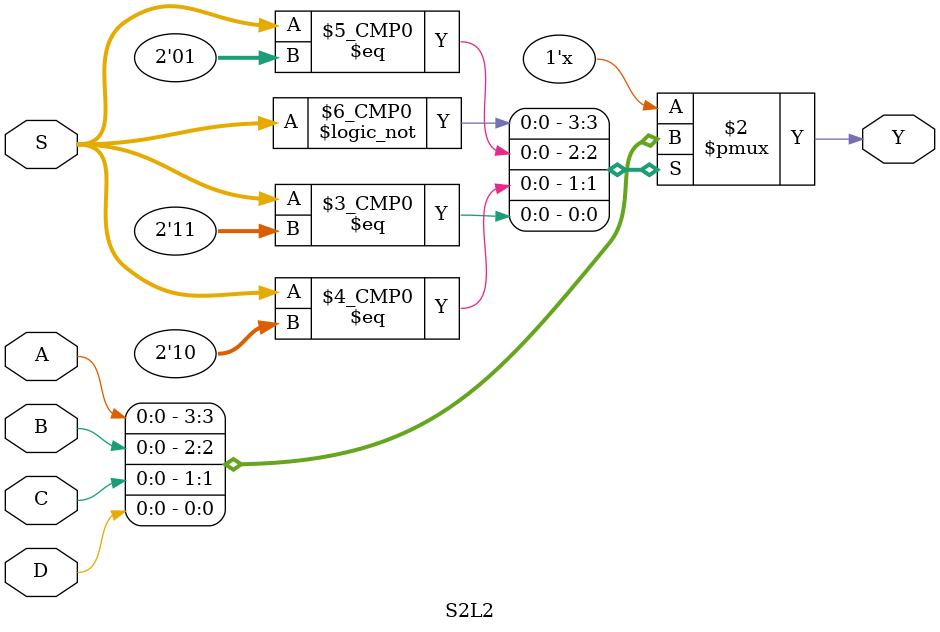
<source format=v>
module S2L2(A,B,C,D,S,Y);
	input A,B,C,D;
	input [1:0] S;
	output reg Y;
	
	always @(A,B,C,D,S)
		begin
			case(S)
				0: Y = A;
				1:	Y = B;
				2:	Y = C;
				3: Y = D;
			endcase
		end
	
endmodule

</source>
